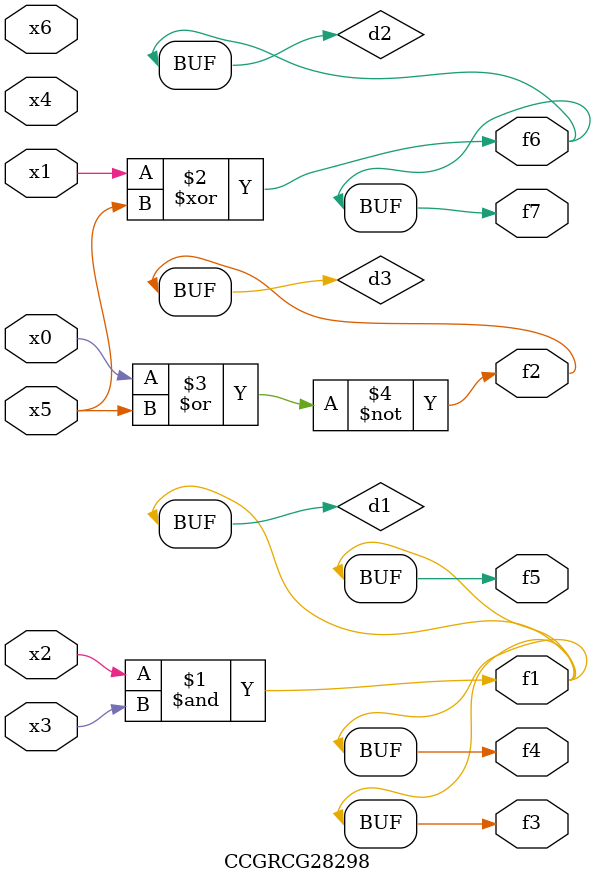
<source format=v>
module CCGRCG28298(
	input x0, x1, x2, x3, x4, x5, x6,
	output f1, f2, f3, f4, f5, f6, f7
);

	wire d1, d2, d3;

	and (d1, x2, x3);
	xor (d2, x1, x5);
	nor (d3, x0, x5);
	assign f1 = d1;
	assign f2 = d3;
	assign f3 = d1;
	assign f4 = d1;
	assign f5 = d1;
	assign f6 = d2;
	assign f7 = d2;
endmodule

</source>
